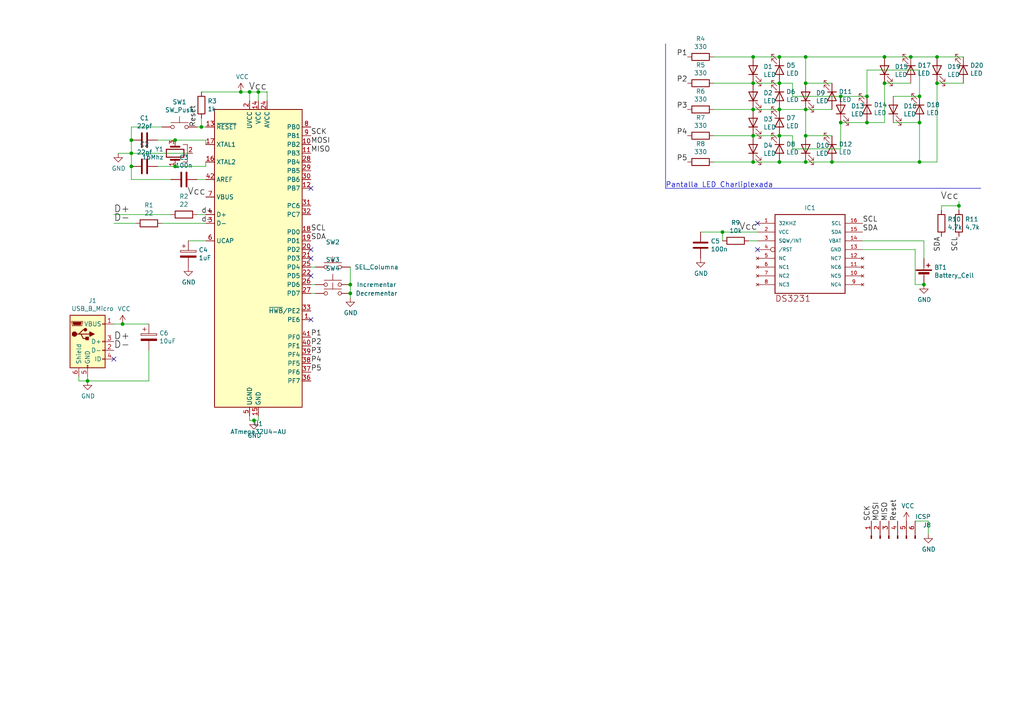
<source format=kicad_sch>
(kicad_sch (version 20230121) (generator eeschema)
  (paper "A4")
  (lib_symbols
    (symbol "Device:Battery_Cell" (pin_numbers hide) (pin_names (offset 0) hide)
      (property "Reference" "BT" (at 2.54 2.54 0))
      (property "Value" "Battery_Cell" (at 2.54 0 0))
      (symbol "Battery_Cell_0_1"
        (rectangle (start -2.286 1.778) (end 2.286 1.524) (fill (type outline)))
        (rectangle (start -1.524 1.016) (end 1.524 0.508) (fill (type outline)))
        (polyline (pts (xy 0 0.762) (xy 0 0)))
        (polyline (pts (xy 0 1.778) (xy 0 2.54)))
        (polyline (pts (xy 0.762 3.048) (xy 1.778 3.048)) (stroke (width 0.254)))
        (polyline (pts (xy 1.27 3.556) (xy 1.27 2.54)) (stroke (width 0.254)))
      )
      (symbol "Battery_Cell_1_1"
        (pin passive line (at 0 5.08 270) (length 2.54) (name "+") (number "1"))
        (pin passive line (at 0 -2.54 90) (length 2.54) (name "-") (number "2"))
      )
    )
    (symbol "Device:C" (pin_numbers hide) (pin_names (offset 0.254))
      (property "Reference" "C" (at 0.635 2.54 0))
      (property "Value" "C" (at 0.635 -2.54 0))
      (symbol "C_0_1"
        (polyline (pts (xy -2.032 -0.762) (xy 2.032 -0.762)) (stroke (width 0.508)))
        (polyline (pts (xy -2.032 0.762) (xy 2.032 0.762)) (stroke (width 0.508)))
      )
      (symbol "C_1_1"
        (pin passive line (at 0 3.81 270) (length 2.794) (name "~") (number "1"))
        (pin passive line (at 0 -3.81 90) (length 2.794) (name "~") (number "2"))
      )
    )
    (symbol "Device:Crystal_GND2" (pin_names (offset 1.016) hide)
      (property "Reference" "Y" (at 0 5.715 0))
      (property "Value" "Crystal_GND2" (at 0 3.81 0))
      (symbol "Crystal_GND2_0_1"
        (rectangle (start -1.143 2.54) (end 1.143 -2.54) (stroke (width 0.3048)))
        (polyline (pts (xy -2.54 0) (xy -1.905 0)))
        (polyline (pts (xy -1.905 -1.27) (xy -1.905 1.27)) (stroke (width 0.508)))
        (polyline (pts (xy 0 -3.81) (xy 0 -3.556)))
        (polyline (pts (xy 1.905 0) (xy 2.54 0)))
        (polyline (pts (xy 1.905 1.27) (xy 1.905 -1.27)) (stroke (width 0.508)))
        (polyline (pts (xy -2.54 -2.286) (xy -2.54 -3.556) (xy 2.54 -3.556) (xy 2.54 -2.286)))
      )
      (symbol "Crystal_GND2_1_1"
        (pin passive line (at -3.81 0 0) (length 1.27) (name "1") (number "1"))
        (pin passive line (at 0 -5.08 90) (length 1.27) (name "2") (number "2"))
        (pin passive line (at 3.81 0 180) (length 1.27) (name "3") (number "3"))
      )
    )
    (symbol "Device:LED" (pin_numbers hide) (pin_names (offset 1.016) hide)
      (property "Reference" "D" (at 0 2.54 0))
      (property "Value" "LED" (at 0 -2.54 0))
      (symbol "LED_0_1"
        (polyline (pts (xy -1.27 -1.27) (xy -1.27 1.27)) (stroke (width 0.254)))
        (polyline (pts (xy -1.27 0) (xy 1.27 0)))
        (polyline (pts (xy 1.27 -1.27) (xy 1.27 1.27) (xy -1.27 0) (xy 1.27 -1.27)) (stroke (width 0.254)))
        (polyline (pts (xy -3.048 -0.762) (xy -4.572 -2.286) (xy -3.81 -2.286) (xy -4.572 -2.286) (xy -4.572 -1.524)))
        (polyline (pts (xy -1.778 -0.762) (xy -3.302 -2.286) (xy -2.54 -2.286) (xy -3.302 -2.286) (xy -3.302 -1.524)))
      )
      (symbol "LED_1_1"
        (pin passive line (at -3.81 0 0) (length 2.54) (name "K") (number "1"))
        (pin passive line (at 3.81 0 180) (length 2.54) (name "A") (number "2"))
      )
    )
    (symbol "Device:R" (pin_numbers hide) (pin_names (offset 0))
      (property "Reference" "R" (at 2.032 0 90))
      (property "Value" "R" (at 0 0 90))
      (symbol "R_0_1"
        (rectangle (start -1.016 -2.54) (end 1.016 2.54) (stroke (width 0.254)))
      )
      (symbol "R_1_1"
        (pin passive line (at 0 3.81 270) (length 1.27) (name "~") (number "1"))
        (pin passive line (at 0 -3.81 90) (length 1.27) (name "~") (number "2"))
      )
    )
    (symbol "Switch:SW_Push" (pin_numbers hide) (pin_names (offset 1.016) hide)
      (property "Reference" "SW" (at 1.27 2.54 0))
      (property "Value" "SW_Push" (at 0 -1.524 0))
      (symbol "SW_Push_0_1"
        (circle (center -2.032 0) (radius 0.508))
        (polyline (pts (xy 0 1.27) (xy 0 3.048)))
        (polyline (pts (xy 2.54 1.27) (xy -2.54 1.27)))
        (circle (center 2.032 0) (radius 0.508))
        (pin passive line (at -5.08 0 0) (length 2.54) (name "1") (number "1"))
        (pin passive line (at 5.08 0 180) (length 2.54) (name "2") (number "2"))
      )
    )
    (symbol "TPSE Glass-rescue:CP-Device" (pin_numbers hide) (pin_names (offset 0.254))
      (property "Reference" "C" (at 0.635 2.54 0))
      (property "Value" "Device_CP" (at 0.635 -2.54 0))
      (symbol "CP-Device_0_1"
        (rectangle (start -2.286 0.508) (end 2.286 1.016))
        (polyline (pts (xy -1.778 2.286) (xy -0.762 2.286)))
        (polyline (pts (xy -1.27 2.794) (xy -1.27 1.778)))
        (rectangle (start 2.286 -0.508) (end -2.286 -1.016) (fill (type outline)))
      )
      (symbol "CP-Device_1_1"
        (pin passive line (at 0 3.81 270) (length 2.794) (name "~") (number "1"))
        (pin passive line (at 0 -3.81 90) (length 2.794) (name "~") (number "2"))
      )
    )
    (symbol "TPSE Glass-rescue:Conn_01x06_Male-Connector" (pin_names (offset 1.016) hide)
      (property "Reference" "J" (at 0 7.62 0))
      (property "Value" "Connector_Conn_01x06_Male" (at 0 -10.16 0))
      (symbol "Conn_01x06_Male-Connector_1_1"
        (polyline (pts (xy 1.27 -7.62) (xy 0.8636 -7.62)) (stroke (width 0.1524)))
        (polyline (pts (xy 1.27 -5.08) (xy 0.8636 -5.08)) (stroke (width 0.1524)))
        (polyline (pts (xy 1.27 -2.54) (xy 0.8636 -2.54)) (stroke (width 0.1524)))
        (polyline (pts (xy 1.27 0) (xy 0.8636 0)) (stroke (width 0.1524)))
        (polyline (pts (xy 1.27 2.54) (xy 0.8636 2.54)) (stroke (width 0.1524)))
        (polyline (pts (xy 1.27 5.08) (xy 0.8636 5.08)) (stroke (width 0.1524)))
        (rectangle (start 0.8636 -7.493) (end 0 -7.747) (stroke (width 0.1524)) (fill (type outline)))
        (rectangle (start 0.8636 -4.953) (end 0 -5.207) (stroke (width 0.1524)) (fill (type outline)))
        (rectangle (start 0.8636 -2.413) (end 0 -2.667) (stroke (width 0.1524)) (fill (type outline)))
        (rectangle (start 0.8636 0.127) (end 0 -0.127) (stroke (width 0.1524)) (fill (type outline)))
        (rectangle (start 0.8636 2.667) (end 0 2.413) (stroke (width 0.1524)) (fill (type outline)))
        (rectangle (start 0.8636 5.207) (end 0 4.953) (stroke (width 0.1524)) (fill (type outline)))
        (pin passive line (at 5.08 5.08 180) (length 3.81) (name "Pin_1") (number "1"))
        (pin passive line (at 5.08 2.54 180) (length 3.81) (name "Pin_2") (number "2"))
        (pin passive line (at 5.08 0 180) (length 3.81) (name "Pin_3") (number "3"))
        (pin passive line (at 5.08 -2.54 180) (length 3.81) (name "Pin_4") (number "4"))
        (pin passive line (at 5.08 -5.08 180) (length 3.81) (name "Pin_5") (number "5"))
        (pin passive line (at 5.08 -7.62 180) (length 3.81) (name "Pin_6") (number "6"))
      )
    )
    (symbol "TPSE Glass-rescue:DS3231-DS3231" (pin_names (offset 1.016))
      (property "Reference" "IC" (at 10.16 15.24 0))
      (symbol "DS3231-DS3231_0_0"
        (polyline (pts (xy -10.16 -10.16) (xy -10.16 12.7)) (stroke (width 0.254)))
        (polyline (pts (xy -10.16 12.7) (xy 10.16 12.7)) (stroke (width 0.254)))
        (polyline (pts (xy 10.16 -10.16) (xy -10.16 -10.16)) (stroke (width 0.254)))
        (polyline (pts (xy 10.16 12.7) (xy 10.16 -10.16)) (stroke (width 0.254)))
        (text "DS3231" (at -10.16 -12.7 0) (effects (font (size 1.778 1.778)) (justify left bottom)))
        (pin output line (at -15.24 10.16 0) (length 5.08) (name "32KHZ") (number "1"))
        (pin no_connect line (at 15.24 -5.08 180) (length 5.08) (name "NC5") (number "10"))
        (pin no_connect line (at 15.24 -2.54 180) (length 5.08) (name "NC6") (number "11"))
        (pin no_connect line (at 15.24 0 180) (length 5.08) (name "NC7") (number "12"))
        (pin power_in line (at 15.24 2.54 180) (length 5.08) (name "GND") (number "13"))
        (pin power_in line (at 15.24 5.08 180) (length 5.08) (name "VBAT") (number "14"))
        (pin bidirectional line (at 15.24 7.62 180) (length 5.08) (name "SDA") (number "15"))
        (pin bidirectional line (at 15.24 10.16 180) (length 5.08) (name "SCL") (number "16"))
        (pin power_in line (at -15.24 7.62 0) (length 5.08) (name "VCC") (number "2"))
        (pin output line (at -15.24 5.08 0) (length 5.08) (name "SQW/INT") (number "3"))
        (pin passive inverted (at -15.24 2.54 0) (length 5.08) (name "/RST") (number "4"))
        (pin no_connect line (at -15.24 0 0) (length 5.08) (name "NC") (number "5"))
        (pin no_connect line (at -15.24 -2.54 0) (length 5.08) (name "NC1") (number "6"))
        (pin no_connect line (at -15.24 -5.08 0) (length 5.08) (name "NC2") (number "7"))
        (pin no_connect line (at -15.24 -7.62 0) (length 5.08) (name "NC3") (number "8"))
        (pin no_connect line (at 15.24 -7.62 180) (length 5.08) (name "NC4") (number "9"))
      )
    )
    (symbol "TPSE Glass-rescue:USB_B_Micro-Connector" (pin_names (offset 1.016))
      (property "Reference" "J" (at -5.08 11.43 0))
      (property "Value" "Connector_USB_B_Micro" (at -5.08 8.89 0))
      (symbol "USB_B_Micro-Connector_0_1"
        (rectangle (start -5.08 -7.62) (end 5.08 7.62) (stroke (width 0.254)) (fill (type background)))
        (circle (center -3.81 2.159) (radius 0.635) (stroke (width 0.254)) (fill (type outline)))
        (circle (center -0.635 3.429) (radius 0.381) (stroke (width 0.254)) (fill (type outline)))
        (rectangle (start -0.127 -7.62) (end 0.127 -6.858))
        (polyline (pts (xy -1.905 2.159) (xy 0.635 2.159)) (stroke (width 0.254)))
        (polyline (pts (xy -3.175 2.159) (xy -2.54 2.159) (xy -1.27 3.429) (xy -0.635 3.429)) (stroke (width 0.254)))
        (polyline (pts (xy -2.54 2.159) (xy -1.905 2.159) (xy -1.27 0.889) (xy 0 0.889)) (stroke (width 0.254)))
        (polyline (pts (xy 0.635 2.794) (xy 0.635 1.524) (xy 1.905 2.159) (xy 0.635 2.794)) (stroke (width 0.254)) (fill (type outline)))
        (polyline (pts (xy -4.318 5.588) (xy -1.778 5.588) (xy -2.032 4.826) (xy -4.064 4.826) (xy -4.318 5.588)) (fill (type outline)))
        (polyline (pts (xy -4.699 5.842) (xy -4.699 5.588) (xy -4.445 4.826) (xy -4.445 4.572) (xy -1.651 4.572) (xy -1.651 4.826) (xy -1.397 5.588) (xy -1.397 5.842) (xy -4.699 5.842)))
        (rectangle (start 0.254 1.27) (end -0.508 0.508) (stroke (width 0.254)) (fill (type outline)))
        (rectangle (start 5.08 -5.207) (end 4.318 -4.953))
        (rectangle (start 5.08 -2.667) (end 4.318 -2.413))
        (rectangle (start 5.08 -0.127) (end 4.318 0.127))
        (rectangle (start 5.08 4.953) (end 4.318 5.207))
      )
      (symbol "USB_B_Micro-Connector_1_1"
        (pin power_out line (at 7.62 5.08 180) (length 2.54) (name "VBUS") (number "1"))
        (pin passive line (at 7.62 -2.54 180) (length 2.54) (name "D-") (number "2"))
        (pin passive line (at 7.62 0 180) (length 2.54) (name "D+") (number "3"))
        (pin passive line (at 7.62 -5.08 180) (length 2.54) (name "ID") (number "4"))
        (pin power_out line (at 0 -10.16 90) (length 2.54) (name "GND") (number "5"))
        (pin passive line (at -2.54 -10.16 90) (length 2.54) (name "Shield") (number "6"))
      )
    )
    (symbol "TPSE-Glass-rescue:ATmega32U4-AU-MCU_Microchip_ATmega"
      (property "Reference" "U" (at -12.7 44.45 0))
      (property "Value" "ATmega32U4-AU-MCU_Microchip_ATmega" (at 2.54 -44.45 0))
      (symbol "ATmega32U4-AU-MCU_Microchip_ATmega_0_1"
        (rectangle (start -12.7 -43.18) (end 12.7 43.18) (stroke (width 0.254)) (fill (type background)))
      )
      (symbol "ATmega32U4-AU-MCU_Microchip_ATmega_1_1"
        (pin tri_state line (at 15.24 -17.78 180) (length 2.54) (name "PE6") (number "1"))
        (pin tri_state line (at 15.24 33.02 180) (length 2.54) (name "PB2") (number "10"))
        (pin tri_state line (at 15.24 30.48 180) (length 2.54) (name "PB3") (number "11"))
        (pin tri_state line (at 15.24 20.32 180) (length 2.54) (name "PB7") (number "12"))
        (pin input line (at -15.24 38.1 0) (length 2.54) (name "~{RESET}") (number "13"))
        (pin power_in line (at 0 45.72 270) (length 2.54) (name "VCC") (number "14"))
        (pin power_in line (at 0 -45.72 90) (length 2.54) (name "GND") (number "15"))
        (pin output line (at -15.24 27.94 0) (length 2.54) (name "XTAL2") (number "16"))
        (pin input line (at -15.24 33.02 0) (length 2.54) (name "XTAL1") (number "17"))
        (pin tri_state line (at 15.24 7.62 180) (length 2.54) (name "PD0") (number "18"))
        (pin tri_state line (at 15.24 5.08 180) (length 2.54) (name "PD1") (number "19"))
        (pin power_in line (at -2.54 45.72 270) (length 2.54) (name "UVCC") (number "2"))
        (pin tri_state line (at 15.24 2.54 180) (length 2.54) (name "PD2") (number "20"))
        (pin tri_state line (at 15.24 0 180) (length 2.54) (name "PD3") (number "21"))
        (pin tri_state line (at 15.24 -5.08 180) (length 2.54) (name "PD5") (number "22"))
        (pin passive line (at 0 -45.72 90) (length 2.54) hide (name "GND") (number "23"))
        (pin power_in line (at 2.54 45.72 270) (length 2.54) (name "AVCC") (number "24"))
        (pin tri_state line (at 15.24 -2.54 180) (length 2.54) (name "PD4") (number "25"))
        (pin tri_state line (at 15.24 -7.62 180) (length 2.54) (name "PD6") (number "26"))
        (pin tri_state line (at 15.24 -10.16 180) (length 2.54) (name "PD7") (number "27"))
        (pin tri_state line (at 15.24 27.94 180) (length 2.54) (name "PB4") (number "28"))
        (pin tri_state line (at 15.24 25.4 180) (length 2.54) (name "PB5") (number "29"))
        (pin bidirectional line (at -15.24 10.16 0) (length 2.54) (name "D-") (number "3"))
        (pin tri_state line (at 15.24 22.86 180) (length 2.54) (name "PB6") (number "30"))
        (pin tri_state line (at 15.24 15.24 180) (length 2.54) (name "PC6") (number "31"))
        (pin tri_state line (at 15.24 12.7 180) (length 2.54) (name "PC7") (number "32"))
        (pin tri_state line (at 15.24 -15.24 180) (length 2.54) (name "~{HWB}/PE2") (number "33"))
        (pin passive line (at 0 45.72 270) (length 2.54) hide (name "VCC") (number "34"))
        (pin passive line (at 0 -45.72 90) (length 2.54) hide (name "GND") (number "35"))
        (pin tri_state line (at 15.24 -35.56 180) (length 2.54) (name "PF7") (number "36"))
        (pin tri_state line (at 15.24 -33.02 180) (length 2.54) (name "PF6") (number "37"))
        (pin tri_state line (at 15.24 -30.48 180) (length 2.54) (name "PF5") (number "38"))
        (pin tri_state line (at 15.24 -27.94 180) (length 2.54) (name "PF4") (number "39"))
        (pin bidirectional line (at -15.24 12.7 0) (length 2.54) (name "D+") (number "4"))
        (pin tri_state line (at 15.24 -25.4 180) (length 2.54) (name "PF1") (number "40"))
        (pin tri_state line (at 15.24 -22.86 180) (length 2.54) (name "PF0") (number "41"))
        (pin passive line (at -15.24 22.86 0) (length 2.54) (name "AREF") (number "42"))
        (pin passive line (at 0 -45.72 90) (length 2.54) hide (name "GND") (number "43"))
        (pin passive line (at 2.54 45.72 270) (length 2.54) hide (name "AVCC") (number "44"))
        (pin passive line (at -2.54 -45.72 90) (length 2.54) (name "UGND") (number "5"))
        (pin passive line (at -15.24 5.08 0) (length 2.54) (name "UCAP") (number "6"))
        (pin input line (at -15.24 17.78 0) (length 2.54) (name "VBUS") (number "7"))
        (pin tri_state line (at 15.24 38.1 180) (length 2.54) (name "PB0") (number "8"))
        (pin tri_state line (at 15.24 35.56 180) (length 2.54) (name "PB1") (number "9"))
      )
    )
    (symbol "power:GND" (power) (pin_names (offset 0))
      (property "Value" "GND" (at 0 -3.81 0))
      (symbol "GND_0_1"
        (polyline (pts (xy 0 0) (xy 0 -1.27) (xy 1.27 -1.27) (xy 0 -2.54) (xy -1.27 -1.27) (xy 0 -1.27)))
      )
      (symbol "GND_1_1"
        (pin power_in line (at 0 0 270) (length 0) hide (name "GND") (number "1"))
      )
    )
    (symbol "power:VCC" (power) (pin_names (offset 0))
      (property "Value" "VCC" (at 0 3.81 0))
      (symbol "VCC_0_1"
        (polyline (pts (xy -0.762 1.27) (xy 0 2.54)))
        (polyline (pts (xy 0 0) (xy 0 2.54)))
        (polyline (pts (xy 0 2.54) (xy 0.762 1.27)))
      )
      (symbol "VCC_1_1"
        (pin power_in line (at 0 0 90) (length 0) hide (name "VCC") (number "1"))
      )
    )
  )
  (junction (at 233.68 31.75))
  (junction (at 226.06 31.75))
  (junction (at 233.68 46.99))
  (junction (at 243.84 35.56))
  (junction (at 251.46 27.94))
  (junction (at 241.3 46.99))
  (junction (at 271.78 24.13))
  (junction (at 251.46 35.56))
  (junction (at 209.55 67.31))
  (junction (at 218.44 24.13))
  (junction (at 25.4 110.49))
  (junction (at 266.7 27.94))
  (junction (at 256.54 16.51))
  (junction (at 38.1 40.64))
  (junction (at 267.97 82.55))
  (junction (at 226.06 39.37))
  (junction (at 226.06 16.51))
  (junction (at 35.56 93.98))
  (junction (at 278.13 59.69))
  (junction (at 50.8 48.26))
  (junction (at 266.7 35.56))
  (junction (at 74.93 26.67))
  (junction (at 69.85 26.67))
  (junction (at 58.42 36.83))
  (junction (at 38.1 48.26))
  (junction (at 72.39 26.67))
  (junction (at 218.44 46.99))
  (junction (at 50.8 40.64))
  (junction (at 271.78 16.51))
  (junction (at 256.54 24.13))
  (junction (at 264.16 16.51))
  (junction (at 73.66 121.92))
  (junction (at 233.68 39.37))
  (junction (at 233.68 24.13))
  (junction (at 218.44 31.75))
  (junction (at 38.1 44.45))
  (junction (at 218.44 39.37))
  (junction (at 226.06 24.13))
  (junction (at 266.7 46.99))
  (junction (at 243.84 27.94))
  (junction (at 218.44 16.51))
  (junction (at 226.06 46.99))
  (junction (at 101.6 82.55))
  (junction (at 101.6 85.09))
  (junction (at 233.68 16.51))
  (no_connect (at 90.17 92.71))
  (no_connect (at 90.17 54.61))
  (no_connect (at 90.17 74.93))
  (no_connect (at 219.71 72.39))
  (no_connect (at 90.17 80.01))
  (no_connect (at 33.02 104.14))
  (no_connect (at 219.71 64.77))
  (no_connect (at 90.17 72.39))
  (wire (pts (xy 267.97 74.93) (xy 267.97 69.85)))
  (wire (pts (xy 54.61 69.85) (xy 59.69 69.85)))
  (wire (pts (xy 218.44 24.13) (xy 226.06 24.13)))
  (wire (pts (xy 266.7 20.32) (xy 266.7 27.94)))
  (wire (pts (xy 226.06 39.37) (xy 218.44 39.37)))
  (wire (pts (xy 69.85 26.67) (xy 72.39 26.67)))
  (wire (pts (xy 218.44 31.75) (xy 207.01 31.75)))
  (wire (pts (xy 59.69 46.99) (xy 59.69 48.26)))
  (wire (pts (xy 218.44 46.99) (xy 207.01 46.99)))
  (polyline (pts (xy 193.04 54.61) (xy 284.48 54.61)))
  (wire (pts (xy 34.29 44.45) (xy 38.1 44.45)))
  (wire (pts (xy 22.86 109.22) (xy 22.86 110.49)))
  (wire (pts (xy 74.93 29.21) (xy 74.93 26.67)))
  (wire (pts (xy 266.7 46.99) (xy 241.3 46.99)))
  (wire (pts (xy 72.39 121.92) (xy 73.66 121.92)))
  (wire (pts (xy 72.39 26.67) (xy 74.93 26.67)))
  (wire (pts (xy 273.05 59.69) (xy 278.13 59.69)))
  (wire (pts (xy 49.53 62.23) (xy 33.02 62.23)))
  (wire (pts (xy 256.54 35.56) (xy 251.46 35.56)))
  (wire (pts (xy 38.1 36.83) (xy 38.1 40.64)))
  (wire (pts (xy 241.3 39.37) (xy 233.68 39.37)))
  (wire (pts (xy 58.42 36.83) (xy 59.69 36.83)))
  (wire (pts (xy 271.78 16.51) (xy 264.16 16.51)))
  (wire (pts (xy 226.06 31.75) (xy 218.44 31.75)))
  (wire (pts (xy 57.15 52.07) (xy 59.69 52.07)))
  (wire (pts (xy 101.6 77.47) (xy 101.6 82.55)))
  (wire (pts (xy 72.39 120.65) (xy 72.39 121.92)))
  (wire (pts (xy 72.39 29.21) (xy 72.39 26.67)))
  (wire (pts (xy 233.68 16.51) (xy 256.54 16.51)))
  (wire (pts (xy 207.01 16.51) (xy 218.44 16.51)))
  (wire (pts (xy 226.06 16.51) (xy 233.68 16.51)))
  (wire (pts (xy 273.05 60.96) (xy 273.05 59.69)))
  (wire (pts (xy 38.1 52.07) (xy 38.1 48.26)))
  (wire (pts (xy 243.84 35.56) (xy 243.84 43.18)))
  (wire (pts (xy 267.97 69.85) (xy 250.19 69.85)))
  (wire (pts (xy 43.18 110.49) (xy 25.4 110.49)))
  (wire (pts (xy 22.86 110.49) (xy 25.4 110.49)))
  (wire (pts (xy 207.01 24.13) (xy 218.44 24.13)))
  (wire (pts (xy 243.84 27.94) (xy 251.46 27.94)))
  (wire (pts (xy 233.68 46.99) (xy 226.06 46.99)))
  (wire (pts (xy 218.44 39.37) (xy 207.01 39.37)))
  (wire (pts (xy 229.87 39.37) (xy 229.87 43.18)))
  (wire (pts (xy 278.13 58.42) (xy 278.13 59.69)))
  (wire (pts (xy 243.84 35.56) (xy 251.46 35.56)))
  (wire (pts (xy 251.46 20.32) (xy 266.7 20.32)))
  (wire (pts (xy 43.18 101.6) (xy 43.18 110.49)))
  (wire (pts (xy 279.4 16.51) (xy 271.78 16.51)))
  (wire (pts (xy 38.1 44.45) (xy 38.1 40.64)))
  (wire (pts (xy 241.3 46.99) (xy 233.68 46.99)))
  (wire (pts (xy 233.68 31.75) (xy 226.06 31.75)))
  (wire (pts (xy 209.55 67.31) (xy 219.71 67.31)))
  (wire (pts (xy 50.8 40.64) (xy 59.69 40.64)))
  (wire (pts (xy 38.1 44.45) (xy 55.88 44.45)))
  (wire (pts (xy 33.02 64.77) (xy 39.37 64.77)))
  (wire (pts (xy 77.47 26.67) (xy 77.47 29.21)))
  (wire (pts (xy 90.17 77.47) (xy 91.44 77.47)))
  (wire (pts (xy 58.42 26.67) (xy 69.85 26.67)))
  (wire (pts (xy 226.06 39.37) (xy 229.87 39.37)))
  (wire (pts (xy 218.44 16.51) (xy 226.06 16.51)))
  (wire (pts (xy 233.68 39.37) (xy 233.68 31.75)))
  (wire (pts (xy 229.87 24.13) (xy 229.87 27.94)))
  (wire (pts (xy 265.43 82.55) (xy 267.97 82.55)))
  (wire (pts (xy 269.24 151.13) (xy 269.24 154.94)))
  (wire (pts (xy 58.42 34.29) (xy 58.42 36.83)))
  (wire (pts (xy 59.69 40.64) (xy 59.69 41.91)))
  (wire (pts (xy 265.43 151.13) (xy 269.24 151.13)))
  (wire (pts (xy 229.87 43.18) (xy 243.84 43.18)))
  (wire (pts (xy 251.46 27.94) (xy 251.46 20.32)))
  (wire (pts (xy 259.08 27.94) (xy 266.7 27.94)))
  (wire (pts (xy 74.93 26.67) (xy 77.47 26.67)))
  (wire (pts (xy 256.54 24.13) (xy 264.16 24.13)))
  (wire (pts (xy 226.06 24.13) (xy 229.87 24.13)))
  (wire (pts (xy 265.43 72.39) (xy 265.43 82.55)))
  (wire (pts (xy 57.15 36.83) (xy 58.42 36.83)))
  (wire (pts (xy 256.54 24.13) (xy 256.54 35.56)))
  (wire (pts (xy 45.72 40.64) (xy 50.8 40.64)))
  (wire (pts (xy 209.55 67.31) (xy 209.55 69.85)))
  (wire (pts (xy 250.19 72.39) (xy 265.43 72.39)))
  (wire (pts (xy 266.7 35.56) (xy 266.7 46.99)))
  (wire (pts (xy 49.53 52.07) (xy 38.1 52.07)))
  (wire (pts (xy 229.87 27.94) (xy 243.84 27.94)))
  (wire (pts (xy 203.2 67.31) (xy 209.55 67.31)))
  (wire (pts (xy 101.6 82.55) (xy 101.6 85.09)))
  (wire (pts (xy 271.78 24.13) (xy 279.4 24.13)))
  (wire (pts (xy 57.15 62.23) (xy 59.69 62.23)))
  (wire (pts (xy 74.93 121.92) (xy 74.93 120.65)))
  (wire (pts (xy 233.68 31.75) (xy 241.3 31.75)))
  (wire (pts (xy 35.56 93.98) (xy 43.18 93.98)))
  (wire (pts (xy 45.72 48.26) (xy 50.8 48.26)))
  (wire (pts (xy 90.17 82.55) (xy 91.44 82.55)))
  (wire (pts (xy 271.78 24.13) (xy 271.78 46.99)))
  (wire (pts (xy 91.44 85.09) (xy 90.17 85.09)))
  (wire (pts (xy 264.16 16.51) (xy 256.54 16.51)))
  (wire (pts (xy 266.7 35.56) (xy 259.08 35.56)))
  (wire (pts (xy 278.13 59.69) (xy 278.13 60.96)))
  (wire (pts (xy 73.66 121.92) (xy 74.93 121.92)))
  (wire (pts (xy 233.68 24.13) (xy 233.68 16.51)))
  (wire (pts (xy 59.69 64.77) (xy 46.99 64.77)))
  (wire (pts (xy 226.06 46.99) (xy 218.44 46.99)))
  (wire (pts (xy 50.8 48.26) (xy 59.69 48.26)))
  (wire (pts (xy 233.68 24.13) (xy 241.3 24.13)))
  (wire (pts (xy 38.1 48.26) (xy 38.1 44.45)))
  (wire (pts (xy 271.78 46.99) (xy 266.7 46.99)))
  (wire (pts (xy 101.6 85.09) (xy 101.6 86.36)))
  (wire (pts (xy 217.17 69.85) (xy 219.71 69.85)))
  (wire (pts (xy 38.1 36.83) (xy 46.99 36.83)))
  (wire (pts (xy 33.02 93.98) (xy 35.56 93.98)))
  (wire (pts (xy 25.4 110.49) (xy 25.4 109.22)))
  (polyline (pts (xy 193.04 12.7) (xy 193.04 54.61)))
  (text "Pantalla LED Charliplexada" (at 193.04 54.61 0) (effects (font (size 1.4986 1.4986)) (justify left bottom)))
  (label "Reset" (at 57.15 36.83 90) (effects (font (size 1.4986 1.4986))))
  (label "Vcc" (at 77.47 26.67 180) (effects (font (size 2.0066 2.0066))))
  (label "D+" (at 33.02 99.06 0) (effects (font (size 2.0066 2.0066))))
  (label "P1" (at 199.39 16.51 180) (effects (font (size 1.4986 1.4986))))
  (label "P3" (at 90.17 102.87 0) (effects (font (size 1.4986 1.4986))))
  (label "Vcc" (at 59.69 57.15 180) (effects (font (size 2.0066 2.0066))))
  (label "Vcc" (at 219.71 67.31 180) (effects (font (size 2.0066 2.0066))))
  (label "SDA" (at 90.17 69.85 0) (effects (font (size 1.4986 1.4986))))
  (label "P2" (at 199.39 24.13 180) (effects (font (size 1.4986 1.4986))))
  (label "SCL" (at 90.17 67.31 0) (effects (font (size 1.4986 1.4986))))
  (label "SCK" (at 90.17 39.37 0) (effects (font (size 1.4986 1.4986))))
  (label "SDA" (at 250.19 67.31 0) (effects (font (size 1.4986 1.4986))))
  (label "d+" (at 58.42 62.23 0) (effects (font (size 1.4986 1.4986))))
  (label "d-" (at 58.42 64.77 0) (effects (font (size 1.4986 1.4986))))
  (label "P5" (at 90.17 107.95 0) (effects (font (size 1.4986 1.4986))))
  (label "Vcc" (at 278.13 58.42 180) (effects (font (size 2.0066 2.0066))))
  (label "Vcc" (at 77.47 26.67 180) (effects (font (size 0 0))))
  (label "SCL" (at 250.19 64.77 0) (effects (font (size 1.4986 1.4986))))
  (label "P4" (at 90.17 105.41 0) (effects (font (size 1.4986 1.4986))))
  (label "D-" (at 33.02 101.6 0) (effects (font (size 2.0066 2.0066))))
  (label "MOSI" (at 255.27 151.13 90) (effects (font (size 1.4986 1.4986))))
  (label "SCL" (at 278.13 68.58 270) (effects (font (size 1.4986 1.4986))))
  (label "D-" (at 33.02 64.77 0) (effects (font (size 2.0066 2.0066))))
  (label "D+" (at 33.02 62.23 0) (effects (font (size 2.0066 2.0066))))
  (label "P5" (at 199.39 46.99 180) (effects (font (size 1.4986 1.4986))))
  (label "SDA" (at 273.05 68.58 270) (effects (font (size 1.4986 1.4986))))
  (label "MISO" (at 90.17 44.45 0) (effects (font (size 1.4986 1.4986))))
  (label "P3" (at 199.39 31.75 180) (effects (font (size 1.4986 1.4986))))
  (label "MOSI" (at 90.17 41.91 0) (effects (font (size 1.4986 1.4986))))
  (label "MISO" (at 257.81 151.13 90) (effects (font (size 1.4986 1.4986))))
  (label "SCK" (at 252.73 151.13 90) (effects (font (size 1.4986 1.4986))))
  (label "P2" (at 90.17 100.33 0) (effects (font (size 1.4986 1.4986))))
  (label "P1" (at 90.17 97.79 0) (effects (font (size 1.4986 1.4986))))
  (label "Reset" (at 260.35 151.13 90) (effects (font (size 1.4986 1.4986))))
  (label "P4" (at 199.39 39.37 180) (effects (font (size 1.4986 1.4986))))
  (symbol (lib_id "power:GND") (at 269.24 154.94 0) (unit 1)
    (property "Reference" "#PWR0103" (effects hide))
    (property "Value" "GND" (at 269.367 159.3342 0))
  )
  (symbol (lib_id "TPSE Glass-rescue:DS3231-DS3231") (at 234.95 74.93 0) (unit 1)
    (property "Reference" "IC1" (at 234.95 60.2996 0))
    (property "Value" "DS3231" (effects hide))
    (property "Footprint" "Librerias:SO16W" (effects hide))
    (property "Datasheet" "https://www.mouser.es/ProductDetail/Maxim-Integrated/DS3231STR?qs=sGAEpiMZZMuuBt6TL7D%2F6MjWA7AEMdJy" (effects hide))
    (property "Precio" "6,62" (effects hide))
  )
  (symbol (lib_id "Device:Battery_Cell") (at 267.97 80.01 0) (unit 1)
    (property "Reference" "BT1" (at 270.9672 77.5716 0) (effects (justify left)))
    (property "Value" "Battery_Cell" (at 270.9672 79.883 0) (effects (justify left)))
    (property "Footprint" "Librerias:LINX CR2032 Holder" (effects hide))
    (property "Datasheet" "https://www.mouser.es/ProductDetail/Linx-Technologies/BAT-HLD-012-SMT?qs=sGAEpiMZZMtT9MhkajLHrtLdadThLjMVSNg%2F9RTE5Tg%3D" (effects hide))
    (property "Precio" "0,26" (effects hide))
  )
  (symbol (lib_id "Device:C") (at 203.2 71.12 0) (unit 1)
    (property "Reference" "C5" (at 206.121 69.9516 0) (effects (justify left)))
    (property "Value" "100n" (at 206.121 72.263 0) (effects (justify left)))
    (property "Footprint" "Capacitor_SMD:C_0805_2012Metric" (effects hide))
    (property "Datasheet" "https://www.mouser.es/ProductDetail/KEMET/C0805C104K5RAC7411?qs=sGAEpiMZZMs0AnBnWHyRQC%2FZPTsdJ5JsKgOplJ2k8nQ%3D" (effects hide))
    (property "Precio" "0.117" (effects hide))
  )
  (symbol (lib_id "power:GND") (at 267.97 82.55 0) (unit 1)
    (property "Reference" "#PWR0101" (effects hide))
    (property "Value" "GND" (at 268.097 86.9442 0))
  )
  (symbol (lib_id "power:GND") (at 203.2 74.93 0) (unit 1)
    (property "Reference" "#PWR0102" (effects hide))
    (property "Value" "GND" (at 203.327 79.3242 0))
  )
  (symbol (lib_id "Device:R") (at 213.36 69.85 270) (unit 1)
    (property "Reference" "R9" (at 213.36 64.5922 90))
    (property "Value" "10k" (at 213.36 66.9036 90))
    (property "Footprint" "Resistor_SMD:R_1206_3216Metric" (effects hide))
    (property "Datasheet" "https://www.mouser.es/ProductDetail/Bourns/CR1206AFX-10R0EAS?qs=sGAEpiMZZMtlubZbdhIBIJFGDp18fIDTFVcR0GBHXj8%3D" (effects hide))
    (property "Precio" "0,10" (effects hide))
  )
  (symbol (lib_id "Device:R") (at 278.13 64.77 0) (unit 1)
    (property "Reference" "R11" (at 279.908 63.6016 0) (effects (justify left)))
    (property "Value" "4,7k" (at 279.908 65.913 0) (effects (justify left)))
    (property "Footprint" "Resistor_SMD:R_1206_3216Metric" (effects hide))
    (property "Datasheet" "https://www.mouser.es/ProductDetail/Bourns/CR1206AFX-10R0EAS?qs=sGAEpiMZZMtlubZbdhIBIJFGDp18fIDTFVcR0GBHXj8%3D" (effects hide))
    (property "Precio" "0,10" (effects hide))
  )
  (symbol (lib_id "Device:R") (at 273.05 64.77 0) (unit 1)
    (property "Reference" "R10" (at 274.828 63.6016 0) (effects (justify left)))
    (property "Value" "4,7k" (at 274.828 65.913 0) (effects (justify left)))
    (property "Footprint" "Resistor_SMD:R_1206_3216Metric" (effects hide))
    (property "Datasheet" "https://www.mouser.es/ProductDetail/Bourns/CR1206AFX-10R0EAS?qs=sGAEpiMZZMtlubZbdhIBIJFGDp18fIDTFVcR0GBHXj8%3D" (effects hide))
    (property "Precio" "0,10" (effects hide))
  )
  (symbol (lib_id "Device:Crystal_GND2") (at 50.8 44.45 90) (unit 1)
    (property "Reference" "Y1" (at 47.4726 43.2816 90) (effects (justify left)))
    (property "Value" "16Mhz" (at 47.4726 45.593 90) (effects (justify left)))
    (property "Footprint" "Crystal:Crystal_SMD_2016-4Pin_2.0x1.6mm" (effects hide))
    (property "Datasheet" "https://www.mouser.de/datasheet/2/137/FA-128_en-931416.pdf" (effects hide))
  )
  (symbol (lib_id "TPSE Glass-rescue:Conn_01x06_Male-Connector") (at 257.81 156.21 90) (unit 1)
    (property "Reference" "J8" (at 267.6652 152.2984 90) (effects (justify right)))
    (property "Value" "ICSP" (at 265.43 149.86 90) (effects (justify right)))
    (property "Footprint" "Librerias:ICSP_SMD_Conn" (effects hide))
    (property "Datasheet" "https://www.mouser.es/ProductDetail/Bourns/CR1206AFX-10R0EAS?qs=sGAEpiMZZMtlubZbdhIBIJFGDp18fIDTFVcR0GBHXj8%3D" (effects hide))
    (property "Precio" "0" (effects hide))
  )
  (symbol (lib_id "power:VCC") (at 262.89 151.13 0) (unit 1)
    (property "Reference" "#PWR0104" (effects hide))
    (property "Value" "VCC" (at 263.3218 146.7358 0))
  )
  (symbol (lib_id "TPSE Glass-rescue:CP-Device") (at 43.18 97.79 0) (unit 1)
    (property "Reference" "C6" (at 46.1772 96.6216 0) (effects (justify left)))
    (property "Value" "10uF" (at 46.1772 98.933 0) (effects (justify left)))
    (property "Footprint" "Capacitor_Tantalum_SMD:CP_EIA-1608-08_AVX-J" (effects hide))
    (property "Datasheet" "https://www.mouser.es/ProductDetail/AVX/TAJB106K006TNJ?qs=sGAEpiMZZMukHu%252BjC5l7Yf%252B2%2FiYGaSurUyoxJi3AciM%3D" (effects hide))
    (property "Precio" "0,3" (effects hide))
  )
  (symbol (lib_id "TPSE-Glass-rescue:ATmega32U4-AU-MCU_Microchip_ATmega") (at 74.93 74.93 0) (unit 1)
    (property "Reference" "U1" (at 74.93 122.9106 0))
    (property "Value" "ATmega32U4-AU" (at 74.93 125.222 0))
    (property "Footprint" "Package_QFP:TQFP-44_10x10mm_P0.8mm" (effects hide))
    (property "Datasheet" "http://ww1.microchip.com/downloads/en/DeviceDoc/Atmel-7766-8-bit-AVR-ATmega16U4-32U4_Datasheet.pdf" (effects hide))
    (property "Precio" "3,6" (effects hide))
  )
  (symbol (lib_id "Device:C") (at 41.91 40.64 270) (unit 1)
    (property "Reference" "C1" (at 41.91 34.2392 90))
    (property "Value" "22pf" (at 41.91 36.5506 90))
    (property "Footprint" "Capacitor_SMD:C_0805_2012Metric_Pad1.15x1.40mm_HandSolder" (effects hide))
    (property "Datasheet" "https://www.mouser.es/ProductDetail/Vishay-Vitramon/VJ0805A220KXJPW1BC?qs=sGAEpiMZZMs0AnBnWHyRQHefeAIkSpb%2FfEEZfHGJOmc%3D" (effects hide))
    (property "Precio" "0.108" (effects hide))
  )
  (symbol (lib_id "Device:C") (at 41.91 48.26 270) (unit 1)
    (property "Reference" "C2" (at 41.91 41.8592 90))
    (property "Value" "22pf" (at 41.91 44.1706 90))
    (property "Footprint" "Capacitor_SMD:C_0805_2012Metric_Pad1.15x1.40mm_HandSolder" (effects hide))
    (property "Datasheet" "https://www.mouser.es/ProductDetail/Vishay-Vitramon/VJ0805A220KXJPW1BC?qs=sGAEpiMZZMs0AnBnWHyRQHefeAIkSpb%2FfEEZfHGJOmc%3D" (effects hide))
    (property "Precio" "0.108" (effects hide))
  )
  (symbol (lib_id "power:GND") (at 34.29 44.45 0) (unit 1)
    (property "Reference" "#PWR02" (effects hide))
    (property "Value" "GND" (at 34.417 48.8442 0))
  )
  (symbol (lib_id "power:GND") (at 73.66 121.92 0) (unit 1)
    (property "Reference" "#PWR06" (effects hide))
    (property "Value" "GND" (at 73.787 126.3142 0))
  )
  (symbol (lib_id "Device:R") (at 58.42 30.48 0) (unit 1)
    (property "Reference" "R3" (at 60.198 29.3116 0) (effects (justify left)))
    (property "Value" "1k" (at 60.198 31.623 0) (effects (justify left)))
    (property "Footprint" "Resistor_SMD:R_1206_3216Metric" (effects hide))
    (property "Datasheet" "https://www.mouser.es/ProductDetail/Bourns/CR1206AFX-10R0EAS?qs=sGAEpiMZZMtlubZbdhIBIJFGDp18fIDTFVcR0GBHXj8%3D" (effects hide))
    (property "Precio" "0,10" (effects hide))
  )
  (symbol (lib_id "Switch:SW_Push") (at 52.07 36.83 0) (unit 1)
    (property "Reference" "SW1" (at 52.07 29.591 0))
    (property "Value" "SW_Push" (at 52.07 31.9024 0))
    (property "Footprint" "Librerias:SW_PTS526_SM08_SMTR2_LFS" (effects hide))
    (property "Datasheet" "https://www.mouser.es/ProductDetail/CK/PTS526-SK08-SMTR2-LFS?qs=sGAEpiMZZMsgGjVA3toVBL%2FRce%252ByN3s1hQPqiLlQ%252BeM%3D" (effects hide))
    (property "Precio" "0,09" (effects hide))
  )
  (symbol (lib_id "Device:C") (at 53.34 52.07 270) (unit 1)
    (property "Reference" "C3" (at 53.34 45.6692 90))
    (property "Value" "100n" (at 53.34 47.9806 90))
    (property "Footprint" "Capacitor_SMD:C_0805_2012Metric" (effects hide))
    (property "Datasheet" "https://www.mouser.es/ProductDetail/KEMET/C0805C104K5RAC7411?qs=sGAEpiMZZMs0AnBnWHyRQC%2FZPTsdJ5JsKgOplJ2k8nQ%3D" (effects hide))
    (property "Precio" "0.117" (effects hide))
  )
  (symbol (lib_id "Device:R") (at 53.34 62.23 270) (unit 1)
    (property "Reference" "R2" (at 53.34 56.9722 90))
    (property "Value" "22" (at 53.34 59.2836 90))
    (property "Footprint" "Resistor_SMD:R_1206_3216Metric" (effects hide))
    (property "Datasheet" "https://www.mouser.es/ProductDetail/Bourns/CR1206AFX-10R0EAS?qs=sGAEpiMZZMtlubZbdhIBIJFGDp18fIDTFVcR0GBHXj8%3D" (effects hide))
    (property "Precio" "0,10" (effects hide))
  )
  (symbol (lib_id "Device:R") (at 43.18 64.77 270) (unit 1)
    (property "Reference" "R1" (at 43.18 59.5122 90))
    (property "Value" "22" (at 43.18 61.8236 90))
    (property "Footprint" "Resistor_SMD:R_1206_3216Metric" (effects hide))
    (property "Datasheet" "https://www.mouser.es/ProductDetail/Bourns/CR1206AFX-10R0EAS?qs=sGAEpiMZZMtlubZbdhIBIJFGDp18fIDTFVcR0GBHXj8%3D" (effects hide))
    (property "Precio" "0,10" (effects hide))
  )
  (symbol (lib_id "TPSE Glass-rescue:CP-Device") (at 54.61 73.66 0) (unit 1)
    (property "Reference" "C4" (at 57.6072 72.4916 0) (effects (justify left)))
    (property "Value" "1uF" (at 57.6072 74.803 0) (effects (justify left)))
    (property "Footprint" "Capacitor_SMD:C_0603_1608Metric_Pad1.05x0.95mm_HandSolder" (effects hide))
    (property "Datasheet" "https://www.mouser.es/ProductDetail/Taiyo-Yuden/JMK105BJ105KP-F?qs=sGAEpiMZZMs0AnBnWHyRQC2E6Mcmylam2IyBIj95NbAPVNcwC6GYpw%3D%3D" (effects hide))
    (property "Precio" "0.09" (effects hide))
  )
  (symbol (lib_id "power:GND") (at 54.61 77.47 0) (unit 1)
    (property "Reference" "#PWR04" (effects hide))
    (property "Value" "GND" (at 54.737 81.8642 0))
  )
  (symbol (lib_id "power:VCC") (at 69.85 26.67 0) (unit 1)
    (property "Reference" "#PWR05" (effects hide))
    (property "Value" "VCC" (at 70.2818 22.2758 0))
  )
  (symbol (lib_id "TPSE Glass-rescue:USB_B_Micro-Connector") (at 25.4 99.06 0) (unit 1)
    (property "Reference" "J1" (at 26.8478 87.1982 0))
    (property "Value" "USB_B_Micro" (at 26.8478 89.5096 0))
    (property "Footprint" "Connector_USB:USB_Micro-B_Molex_47346-0001" (effects hide))
    (property "Datasheet" "https://www.mouser.es/ProductDetail/TE-Connectivity/1981584-1?qs=sGAEpiMZZMulM8LPOQ%252BykxuVUQrupcCKrStNEFtSZyo%3D" (effects hide))
    (property "Precio" "1,57" (effects hide))
  )
  (symbol (lib_id "power:VCC") (at 35.56 93.98 0) (unit 1)
    (property "Reference" "#PWR03" (effects hide))
    (property "Value" "VCC" (at 35.9918 89.5858 0))
  )
  (symbol (lib_id "power:GND") (at 25.4 110.49 0) (unit 1)
    (property "Reference" "#PWR01" (effects hide))
    (property "Value" "GND" (at 25.527 114.8842 0))
  )
  (symbol (lib_id "Device:R") (at 203.2 16.51 270) (unit 1)
    (property "Reference" "R4" (at 203.2 11.2522 90))
    (property "Value" "330" (at 203.2 13.5636 90))
    (property "Footprint" "Resistor_SMD:R_1206_3216Metric" (effects hide))
    (property "Datasheet" "https://www.mouser.es/ProductDetail/Bourns/CR1206AFX-10R0EAS?qs=sGAEpiMZZMtlubZbdhIBIJFGDp18fIDTFVcR0GBHXj8%3D" (effects hide))
    (property "Precio" "0,10" (effects hide))
  )
  (symbol (lib_id "Device:R") (at 203.2 24.13 270) (unit 1)
    (property "Reference" "R5" (at 203.2 18.8722 90))
    (property "Value" "330" (at 203.2 21.1836 90))
    (property "Footprint" "Resistor_SMD:R_1206_3216Metric" (effects hide))
    (property "Datasheet" "https://www.mouser.es/ProductDetail/Bourns/CR1206AFX-10R0EAS?qs=sGAEpiMZZMtlubZbdhIBIJFGDp18fIDTFVcR0GBHXj8%3D" (effects hide))
    (property "Precio" "0,10" (effects hide))
  )
  (symbol (lib_id "Device:R") (at 203.2 31.75 270) (unit 1)
    (property "Reference" "R6" (at 203.2 26.4922 90))
    (property "Value" "330" (at 203.2 28.8036 90))
    (property "Footprint" "Resistor_SMD:R_1206_3216Metric" (effects hide))
    (property "Datasheet" "https://www.mouser.es/ProductDetail/Bourns/CR1206AFX-10R0EAS?qs=sGAEpiMZZMtlubZbdhIBIJFGDp18fIDTFVcR0GBHXj8%3D" (effects hide))
    (property "Precio" "0,10" (effects hide))
  )
  (symbol (lib_id "Device:R") (at 203.2 39.37 270) (unit 1)
    (property "Reference" "R7" (at 203.2 34.1122 90))
    (property "Value" "330" (at 203.2 36.4236 90))
    (property "Footprint" "Resistor_SMD:R_1206_3216Metric" (effects hide))
    (property "Datasheet" "https://www.mouser.es/ProductDetail/Bourns/CR1206AFX-10R0EAS?qs=sGAEpiMZZMtlubZbdhIBIJFGDp18fIDTFVcR0GBHXj8%3D" (effects hide))
    (property "Precio" "0,10" (effects hide))
  )
  (symbol (lib_id "Device:R") (at 203.2 46.99 270) (unit 1)
    (property "Reference" "R8" (at 203.2 41.7322 90))
    (property "Value" "330" (at 203.2 44.0436 90))
    (property "Footprint" "Resistor_SMD:R_1206_3216Metric" (effects hide))
    (property "Datasheet" "https://www.mouser.es/ProductDetail/Bourns/CR1206AFX-10R0EAS?qs=sGAEpiMZZMtlubZbdhIBIJFGDp18fIDTFVcR0GBHXj8%3D" (effects hide))
    (property "Precio" "0,10" (effects hide))
  )
  (symbol (lib_id "Device:LED") (at 218.44 20.32 90) (unit 1)
    (property "Reference" "D1" (at 221.4118 19.3294 90) (effects (justify right)))
    (property "Value" "LED" (at 221.4118 21.6408 90) (effects (justify right)))
    (property "Footprint" "LED_SMD:LED_1206_3216Metric" (effects hide))
    (property "Datasheet" "https://www.mouser.es/ProductDetail/Kingbright/APTR3216-VFX?qs=sGAEpiMZZMve4%2FbfQkoj%252BNWcOCmuH1iolr6ynu%252BUQJ8%3D" (effects hide))
    (property "Precio" "0,473" (effects hide))
  )
  (symbol (lib_id "Device:LED") (at 226.06 20.32 270) (unit 1)
    (property "Reference" "D5" (at 228.0412 18.9738 90) (effects (justify left)))
    (property "Value" "LED" (at 228.0412 21.2852 90) (effects (justify left)))
    (property "Footprint" "LED_SMD:LED_1206_3216Metric" (effects hide))
    (property "Datasheet" "https://www.mouser.es/ProductDetail/Kingbright/APTR3216-VFX?qs=sGAEpiMZZMve4%2FbfQkoj%252BNWcOCmuH1iolr6ynu%252BUQJ8%3D" (effects hide))
    (property "Precio" "0,473" (effects hide))
  )
  (symbol (lib_id "Device:LED") (at 218.44 27.94 90) (unit 1)
    (property "Reference" "D2" (at 221.4118 26.9494 90) (effects (justify right)))
    (property "Value" "LED" (at 221.4118 29.2608 90) (effects (justify right)))
    (property "Footprint" "LED_SMD:LED_1206_3216Metric" (effects hide))
    (property "Datasheet" "https://www.mouser.es/ProductDetail/Kingbright/APTR3216-VFX?qs=sGAEpiMZZMve4%2FbfQkoj%252BNWcOCmuH1iolr6ynu%252BUQJ8%3D" (effects hide))
    (property "Precio" "0,473" (effects hide))
  )
  (symbol (lib_id "Device:LED") (at 226.06 27.94 270) (unit 1)
    (property "Reference" "D6" (at 228.0412 26.5938 90) (effects (justify left)))
    (property "Value" "LED" (at 228.0412 28.9052 90) (effects (justify left)))
    (property "Footprint" "LED_SMD:LED_1206_3216Metric" (effects hide))
    (property "Datasheet" "https://www.mouser.es/ProductDetail/Kingbright/APTR3216-VFX?qs=sGAEpiMZZMve4%2FbfQkoj%252BNWcOCmuH1iolr6ynu%252BUQJ8%3D" (effects hide))
    (property "Precio" "0,473" (effects hide))
  )
  (symbol (lib_id "Device:LED") (at 233.68 27.94 90) (unit 1)
    (property "Reference" "D9" (at 236.6518 26.9494 90) (effects (justify right)))
    (property "Value" "LED" (at 236.6518 29.2608 90) (effects (justify right)))
    (property "Footprint" "LED_SMD:LED_1206_3216Metric" (effects hide))
    (property "Datasheet" "https://www.mouser.es/ProductDetail/Kingbright/APTR3216-VFX?qs=sGAEpiMZZMve4%2FbfQkoj%252BNWcOCmuH1iolr6ynu%252BUQJ8%3D" (effects hide))
    (property "Precio" "0,473" (effects hide))
  )
  (symbol (lib_id "Device:LED") (at 241.3 27.94 270) (unit 1)
    (property "Reference" "D11" (at 243.2812 26.5938 90) (effects (justify left)))
    (property "Value" "LED" (at 243.2812 28.9052 90) (effects (justify left)))
    (property "Footprint" "LED_SMD:LED_1206_3216Metric" (effects hide))
    (property "Datasheet" "https://www.mouser.es/ProductDetail/Kingbright/APTR3216-VFX?qs=sGAEpiMZZMve4%2FbfQkoj%252BNWcOCmuH1iolr6ynu%252BUQJ8%3D" (effects hide))
    (property "Precio" "0,473" (effects hide))
  )
  (symbol (lib_id "Device:LED") (at 243.84 31.75 90) (unit 1)
    (property "Reference" "D13" (at 246.8118 30.7594 90) (effects (justify right)))
    (property "Value" "LED" (at 246.8118 33.0708 90) (effects (justify right)))
    (property "Footprint" "LED_SMD:LED_1206_3216Metric" (effects hide))
    (property "Datasheet" "https://www.mouser.es/ProductDetail/Kingbright/APTR3216-VFX?qs=sGAEpiMZZMve4%2FbfQkoj%252BNWcOCmuH1iolr6ynu%252BUQJ8%3D" (effects hide))
    (property "Precio" "0,473" (effects hide))
  )
  (symbol (lib_id "Device:LED") (at 251.46 31.75 270) (unit 1)
    (property "Reference" "D14" (at 253.4412 30.4038 90) (effects (justify left)))
    (property "Value" "LED" (at 253.4412 32.7152 90) (effects (justify left)))
    (property "Footprint" "LED_SMD:LED_1206_3216Metric" (effects hide))
    (property "Datasheet" "https://www.mouser.es/ProductDetail/Kingbright/APTR3216-VFX?qs=sGAEpiMZZMve4%2FbfQkoj%252BNWcOCmuH1iolr6ynu%252BUQJ8%3D" (effects hide))
    (property "Precio" "0,473" (effects hide))
  )
  (symbol (lib_id "Device:LED") (at 218.44 35.56 90) (unit 1)
    (property "Reference" "D3" (at 221.4118 34.5694 90) (effects (justify right)))
    (property "Value" "LED" (at 221.4118 36.8808 90) (effects (justify right)))
    (property "Footprint" "LED_SMD:LED_1206_3216Metric" (effects hide))
    (property "Datasheet" "https://www.mouser.es/ProductDetail/Kingbright/APTR3216-VFX?qs=sGAEpiMZZMve4%2FbfQkoj%252BNWcOCmuH1iolr6ynu%252BUQJ8%3D" (effects hide))
    (property "Precio" "0,473" (effects hide))
  )
  (symbol (lib_id "Device:LED") (at 226.06 35.56 270) (unit 1)
    (property "Reference" "D7" (at 228.0412 34.2138 90) (effects (justify left)))
    (property "Value" "LED" (at 228.0412 36.5252 90) (effects (justify left)))
    (property "Footprint" "LED_SMD:LED_1206_3216Metric" (effects hide))
    (property "Datasheet" "https://www.mouser.es/ProductDetail/Kingbright/APTR3216-VFX?qs=sGAEpiMZZMve4%2FbfQkoj%252BNWcOCmuH1iolr6ynu%252BUQJ8%3D" (effects hide))
    (property "Precio" "0,473" (effects hide))
  )
  (symbol (lib_id "Device:LED") (at 218.44 43.18 90) (unit 1)
    (property "Reference" "D4" (at 221.4118 42.1894 90) (effects (justify right)))
    (property "Value" "LED" (at 221.4118 44.5008 90) (effects (justify right)))
    (property "Footprint" "LED_SMD:LED_1206_3216Metric" (effects hide))
    (property "Datasheet" "https://www.mouser.es/ProductDetail/Kingbright/APTR3216-VFX?qs=sGAEpiMZZMve4%2FbfQkoj%252BNWcOCmuH1iolr6ynu%252BUQJ8%3D" (effects hide))
    (property "Precio" "0,473" (effects hide))
  )
  (symbol (lib_id "Device:LED") (at 226.06 43.18 270) (unit 1)
    (property "Reference" "D8" (at 228.0412 41.8338 90) (effects (justify left)))
    (property "Value" "LED" (at 228.0412 44.1452 90) (effects (justify left)))
    (property "Footprint" "LED_SMD:LED_1206_3216Metric" (effects hide))
    (property "Datasheet" "https://www.mouser.es/ProductDetail/Kingbright/APTR3216-VFX?qs=sGAEpiMZZMve4%2FbfQkoj%252BNWcOCmuH1iolr6ynu%252BUQJ8%3D" (effects hide))
    (property "Precio" "0,473" (effects hide))
  )
  (symbol (lib_id "Device:LED") (at 233.68 43.18 90) (unit 1)
    (property "Reference" "D10" (at 236.6518 42.1894 90) (effects (justify right)))
    (property "Value" "LED" (at 236.6518 44.5008 90) (effects (justify right)))
    (property "Footprint" "LED_SMD:LED_1206_3216Metric" (effects hide))
    (property "Datasheet" "https://www.mouser.es/ProductDetail/Kingbright/APTR3216-VFX?qs=sGAEpiMZZMve4%2FbfQkoj%252BNWcOCmuH1iolr6ynu%252BUQJ8%3D" (effects hide))
    (property "Precio" "0,473" (effects hide))
  )
  (symbol (lib_id "Device:LED") (at 241.3 43.18 270) (unit 1)
    (property "Reference" "D12" (at 243.2812 41.8338 90) (effects (justify left)))
    (property "Value" "LED" (at 243.2812 44.1452 90) (effects (justify left)))
    (property "Footprint" "LED_SMD:LED_1206_3216Metric" (effects hide))
    (property "Datasheet" "https://www.mouser.es/ProductDetail/Kingbright/APTR3216-VFX?qs=sGAEpiMZZMve4%2FbfQkoj%252BNWcOCmuH1iolr6ynu%252BUQJ8%3D" (effects hide))
    (property "Precio" "0,473" (effects hide))
  )
  (symbol (lib_id "Device:LED") (at 256.54 20.32 90) (unit 1)
    (property "Reference" "D15" (at 259.5118 19.3294 90) (effects (justify right)))
    (property "Value" "LED" (at 259.5118 21.6408 90) (effects (justify right)))
    (property "Footprint" "LED_SMD:LED_1206_3216Metric" (effects hide))
    (property "Datasheet" "https://www.mouser.es/ProductDetail/Kingbright/APTR3216-VFX?qs=sGAEpiMZZMve4%2FbfQkoj%252BNWcOCmuH1iolr6ynu%252BUQJ8%3D" (effects hide))
    (property "Precio" "0,473" (effects hide))
  )
  (symbol (lib_id "Device:LED") (at 264.16 20.32 270) (unit 1)
    (property "Reference" "D17" (at 266.1412 18.9738 90) (effects (justify left)))
    (property "Value" "LED" (at 266.1412 21.2852 90) (effects (justify left)))
    (property "Footprint" "LED_SMD:LED_1206_3216Metric" (effects hide))
    (property "Datasheet" "https://www.mouser.es/ProductDetail/Kingbright/APTR3216-VFX?qs=sGAEpiMZZMve4%2FbfQkoj%252BNWcOCmuH1iolr6ynu%252BUQJ8%3D" (effects hide))
    (property "Precio" "0,473" (effects hide))
  )
  (symbol (lib_id "Device:LED") (at 271.78 20.32 90) (unit 1)
    (property "Reference" "D19" (at 274.7518 19.3294 90) (effects (justify right)))
    (property "Value" "LED" (at 274.7518 21.6408 90) (effects (justify right)))
    (property "Footprint" "LED_SMD:LED_1206_3216Metric" (effects hide))
    (property "Datasheet" "https://www.mouser.es/ProductDetail/Kingbright/APTR3216-VFX?qs=sGAEpiMZZMve4%2FbfQkoj%252BNWcOCmuH1iolr6ynu%252BUQJ8%3D" (effects hide))
    (property "Precio" "0,473" (effects hide))
  )
  (symbol (lib_id "Device:LED") (at 279.4 20.32 270) (unit 1)
    (property "Reference" "D20" (at 281.3812 18.9738 90) (effects (justify left)))
    (property "Value" "LED" (at 281.3812 21.2852 90) (effects (justify left)))
    (property "Footprint" "LED_SMD:LED_1206_3216Metric" (effects hide))
    (property "Datasheet" "https://www.mouser.es/ProductDetail/Kingbright/APTR3216-VFX?qs=sGAEpiMZZMve4%2FbfQkoj%252BNWcOCmuH1iolr6ynu%252BUQJ8%3D" (effects hide))
    (property "Precio" "0,473" (effects hide))
  )
  (symbol (lib_id "Device:LED") (at 259.08 31.75 90) (unit 1)
    (property "Reference" "D16" (at 262.0518 30.7594 90) (effects (justify right)))
    (property "Value" "LED" (at 262.0518 33.0708 90) (effects (justify right)))
    (property "Footprint" "LED_SMD:LED_1206_3216Metric" (effects hide))
    (property "Datasheet" "https://www.mouser.es/ProductDetail/Kingbright/APTR3216-VFX?qs=sGAEpiMZZMve4%2FbfQkoj%252BNWcOCmuH1iolr6ynu%252BUQJ8%3D" (effects hide))
    (property "Precio" "0,473" (effects hide))
  )
  (symbol (lib_id "Switch:SW_Push") (at 96.52 77.47 0) (unit 1)
    (property "Reference" "SW2" (at 96.52 70.231 0))
    (property "Value" "SEL_Columna" (at 109.22 77.47 0))
    (property "Footprint" "Librerias:SW_PTS526_SM08_SMTR2_LFS" (effects hide))
    (property "Datasheet" "https://www.mouser.es/ProductDetail/CK/PTS526-SK08-SMTR2-LFS?qs=sGAEpiMZZMsgGjVA3toVBL%2FRce%252ByN3s1hQPqiLlQ%252BeM%3D" (effects hide))
    (property "Precio" "0,09" (effects hide))
  )
  (symbol (lib_id "Device:LED") (at 266.7 31.75 270) (unit 1)
    (property "Reference" "D18" (at 268.6812 30.4038 90) (effects (justify left)))
    (property "Value" "LED" (at 268.6812 32.7152 90) (effects (justify left)))
    (property "Footprint" "LED_SMD:LED_1206_3216Metric" (effects hide))
    (property "Datasheet" "https://www.mouser.es/ProductDetail/Kingbright/APTR3216-VFX?qs=sGAEpiMZZMve4%2FbfQkoj%252BNWcOCmuH1iolr6ynu%252BUQJ8%3D" (effects hide))
    (property "Precio" "0,473" (effects hide))
  )
  (symbol (lib_id "Switch:SW_Push") (at 96.52 82.55 0) (unit 1)
    (property "Reference" "SW3" (at 96.52 75.311 0))
    (property "Value" "Incrementar" (at 109.22 82.55 0))
    (property "Footprint" "Librerias:SW_PTS526_SM08_SMTR2_LFS" (effects hide))
    (property "Datasheet" "https://www.mouser.es/ProductDetail/CK/PTS526-SK08-SMTR2-LFS?qs=sGAEpiMZZMsgGjVA3toVBL%2FRce%252ByN3s1hQPqiLlQ%252BeM%3D" (effects hide))
    (property "Precio" "0,09" (effects hide))
  )
  (symbol (lib_id "power:GND") (at 101.6 86.36 0) (unit 1)
    (property "Reference" "#PWR0105" (effects hide))
    (property "Value" "GND" (at 101.727 90.7542 0))
  )
  (symbol (lib_id "Switch:SW_Push") (at 96.52 85.09 0) (unit 1)
    (property "Reference" "SW4" (at 96.52 77.851 0))
    (property "Value" "Decrementar" (at 109.22 85.09 0))
    (property "Footprint" "Librerias:SW_PTS526_SM08_SMTR2_LFS" (effects hide))
    (property "Datasheet" "https://www.mouser.es/ProductDetail/CK/PTS526-SK08-SMTR2-LFS?qs=sGAEpiMZZMsgGjVA3toVBL%2FRce%252ByN3s1hQPqiLlQ%252BeM%3D" (effects hide))
    (property "Precio" "0,09" (effects hide))
  )
)
</source>
